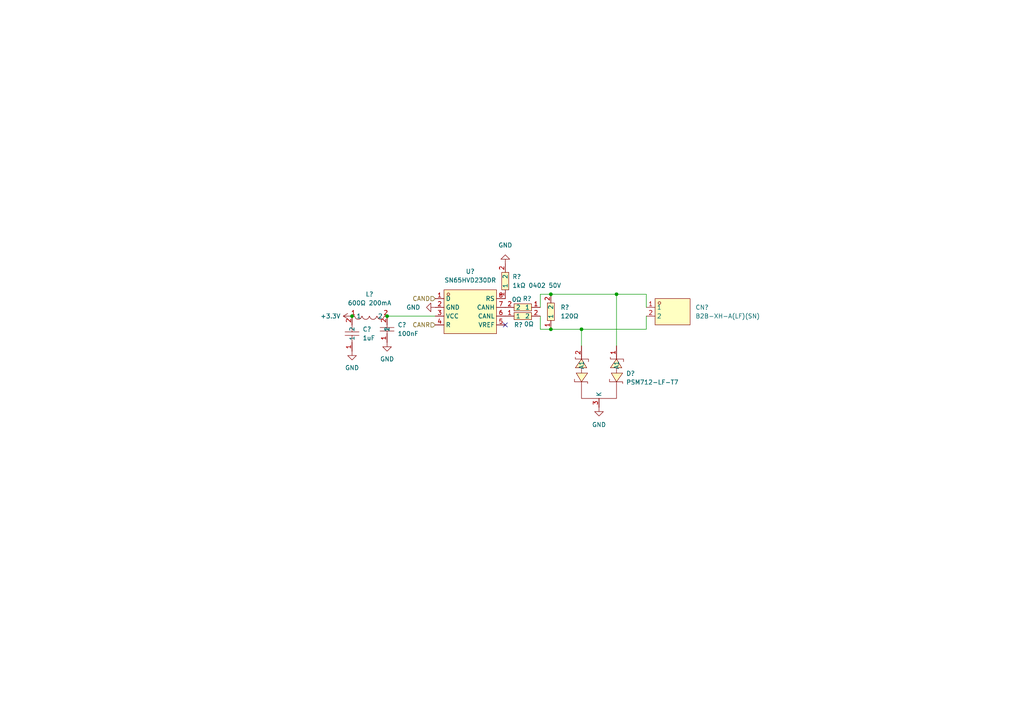
<source format=kicad_sch>
(kicad_sch (version 20211123) (generator eeschema)
  (paper "A4")
  (lib_symbols
    (symbol "easyeda2kicad:0Ω 0402 50V"
      (property "Reference" "R" (at 0 5.08 0))
      (property "Value" "0Ω 0402 50V" (at 0 -5.08 0))
      (symbol "0Ω 0402 50V_0_1"
        (rectangle (start -2.54 1.02) (end 2.54 -1.02) (fill (type background)))
        (pin input line (at -5.08 0 0) (length 2.54) (name "1") (number "1"))
        (pin input line (at 5.08 0 180) (length 2.54) (name "2") (number "2"))
      )
    )
    (symbol "easyeda2kicad:120Ω 0402 50V"
      (property "Reference" "R" (at 0 5.08 0))
      (property "Value" "120Ω 0402 50V" (at 0 -5.08 0))
      (symbol "120Ω 0402 50V_0_1"
        (rectangle (start -2.54 1.02) (end 2.54 -1.02) (fill (type background)))
        (pin input line (at -5.08 0 0) (length 2.54) (name "1") (number "1"))
        (pin input line (at 5.08 0 180) (length 2.54) (name "2") (number "2"))
      )
    )
    (symbol "easyeda2kicad:16V 100nF X7R ±10% 0402"
      (property "Reference" "C" (at 0 5.08 0))
      (property "Value" "16V 100nF X7R ±10% 0402" (at 0 -5.08 0))
      (symbol "16V 100nF X7R ±10% 0402_0_1"
        (polyline (pts (xy -1.27 0) (xy -0.51 0)))
        (polyline (pts (xy -0.51 2.03) (xy -0.51 -2.03)))
        (polyline (pts (xy 0.51 0) (xy 1.27 0)))
        (polyline (pts (xy 0.51 2.03) (xy 0.51 -2.03)))
        (pin input line (at -3.81 0 0) (length 2.54) (name "1") (number "1"))
        (pin input line (at 3.81 0 180) (length 2.54) (name "2") (number "2"))
      )
    )
    (symbol "easyeda2kicad:1kΩ 0402 50V"
      (property "Reference" "R" (at 0 5.08 0))
      (property "Value" "1kΩ 0402 50V" (at 0 -5.08 0))
      (symbol "1kΩ 0402 50V_0_1"
        (rectangle (start -2.54 1.02) (end 2.54 -1.02) (fill (type background)))
        (pin input line (at -5.08 0 0) (length 2.54) (name "1") (number "1"))
        (pin input line (at 5.08 0 180) (length 2.54) (name "2") (number "2"))
      )
    )
    (symbol "easyeda2kicad:25V 1uF X5R ±10% 0402"
      (property "Reference" "C" (at 0 5.08 0))
      (property "Value" "25V 1uF X5R ±10% 0402" (at 0 -5.08 0))
      (symbol "25V 1uF X5R ±10% 0402_0_1"
        (polyline (pts (xy -0.51 -2.03) (xy -0.51 2.03)))
        (polyline (pts (xy -0.51 0) (xy -2.54 0)))
        (polyline (pts (xy 0.51 2.03) (xy 0.51 -2.03)))
        (polyline (pts (xy 2.54 0) (xy 0.51 0)))
        (pin unspecified line (at -5.08 0 0) (length 2.54) (name "1") (number "1"))
        (pin unspecified line (at 5.08 0 180) (length 2.54) (name "2") (number "2"))
      )
    )
    (symbol "easyeda2kicad:600Ω 200mA"
      (property "Reference" "L" (at 0 5.08 0))
      (property "Value" "600Ω 200mA" (at 0 -5.08 0))
      (symbol "600Ω 200mA_0_1"
        (arc (start -4.29 -0.02) (mid -2.52 -0.79) (end -2.27 -0.02))
        (arc (start -2.13 -0.02) (mid -0.36 -0.79) (end -0.11 -0.02))
        (arc (start 0.02 -0.02) (mid 1.79 -0.79) (end 2.04 -0.02))
        (arc (start 2.21 -0.02) (mid 3.3 -1.12) (end 4.23 -0.02))
        (pin unspecified line (at -5.08 0 0) (length 0.762) (name "1") (number "1"))
        (pin unspecified line (at 5.08 0 180) (length 0.762) (name "2") (number "2"))
      )
    )
    (symbol "easyeda2kicad:B2B-XH-A(LF)(SN)"
      (property "Reference" "CN" (at 0 6.35 0))
      (property "Value" "B2B-XH-A (LF)(SN)" (at 0 -6.35 0))
      (symbol "B2B-XH-A(LF)(SN)_0_1"
        (rectangle (start -3.81 3.81) (end 6.35 -3.81) (fill (type background)))
        (circle (center -2.54 2.54) (radius 0.38))
        (pin unspecified line (at -6.35 1.27 0) (length 2.54) (name "1") (number "1"))
        (pin unspecified line (at -6.35 -1.27 0) (length 2.54) (name "2") (number "2"))
      )
    )
    (symbol "easyeda2kicad:PSM712-LF-T7"
      (property "Reference" "D" (at 0 10.16 0))
      (property "Value" "PSM712-LF-T7" (at 0 -10.16 0))
      (symbol "PSM712-LF-T7_0_1"
        (polyline (pts (xy -2.54 -5.08) (xy -1.02 -5.08)))
        (polyline (pts (xy -2.54 5.08) (xy -1.02 5.08)))
        (polyline (pts (xy -5.59 -6.86) (xy -5.08 -6.86) (xy -5.08 -3.05) (xy -4.32 -3.05)))
        (polyline (pts (xy -5.59 3.3) (xy -5.08 3.3) (xy -5.08 7.11) (xy -4.32 7.11)))
        (polyline (pts (xy -2.54 -3.56) (xy -5.08 -5.08) (xy -2.54 -6.86) (xy -2.54 -3.56)) (fill (type background)))
        (polyline (pts (xy -2.54 6.6) (xy -5.08 5.08) (xy -2.54 3.3) (xy -2.54 6.6)) (fill (type background)))
        (polyline (pts (xy -1.02 -6.6) (xy 1.52 -5.08) (xy -1.02 -3.3) (xy -1.02 -6.6)) (fill (type background)))
        (polyline (pts (xy -1.02 3.56) (xy 1.52 5.08) (xy -1.02 6.86) (xy -1.02 3.56)) (fill (type background)))
        (polyline (pts (xy 1.52 5.08) (xy 6.35 5.08) (xy 6.35 -5.08) (xy 1.52 -5.08)))
        (polyline (pts (xy 2.03 -3.3) (xy 1.52 -3.3) (xy 1.52 -7.11) (xy 0.76 -7.11)))
        (polyline (pts (xy 2.03 6.86) (xy 1.52 6.86) (xy 1.52 3.05) (xy 0.76 3.05)))
        (pin unspecified line (at -8.89 5.08 0) (length 3.81) (name "A1") (number "1"))
        (pin unspecified line (at -8.89 -5.08 0) (length 3.81) (name "A1") (number "2"))
        (pin unspecified line (at 8.89 0 180) (length 2.54) (name "K") (number "3"))
      )
    )
    (symbol "easyeda2kicad:SN65HVD230DR"
      (property "Reference" "U" (at 0 8.89 0))
      (property "Value" "SN65HVD230DR" (at 0 -8.89 0))
      (symbol "SN65HVD230DR_0_1"
        (rectangle (start -7.62 6.35) (end 7.62 -6.35) (fill (type background)))
        (circle (center -6.35 5.08) (radius 0.38))
        (pin unspecified line (at -10.16 3.81 0) (length 2.54) (name "D") (number "1"))
        (pin unspecified line (at -10.16 1.27 0) (length 2.54) (name "GND") (number "2"))
        (pin unspecified line (at -10.16 -1.27 0) (length 2.54) (name "VCC") (number "3"))
        (pin unspecified line (at -10.16 -3.81 0) (length 2.54) (name "R") (number "4"))
        (pin unspecified line (at 10.16 -3.81 180) (length 2.54) (name "VREF") (number "5"))
        (pin unspecified line (at 10.16 -1.27 180) (length 2.54) (name "CANL") (number "6"))
        (pin unspecified line (at 10.16 1.27 180) (length 2.54) (name "CANH") (number "7"))
        (pin unspecified line (at 10.16 3.81 180) (length 2.54) (name "RS") (number "8"))
      )
    )
    (symbol "power:+3.3V" (power) (pin_names (offset 0))
      (property "Value" "+3.3V" (at 0 3.556 0))
      (symbol "+3.3V_0_1"
        (polyline (pts (xy -0.762 1.27) (xy 0 2.54)))
        (polyline (pts (xy 0 0) (xy 0 2.54)))
        (polyline (pts (xy 0 2.54) (xy 0.762 1.27)))
      )
      (symbol "+3.3V_1_1"
        (pin power_in line (at 0 0 90) (length 0) hide (name "+3.3V") (number "1"))
      )
    )
    (symbol "power:GND" (power) (pin_names (offset 0))
      (property "Value" "GND" (at 0 -3.81 0))
      (symbol "GND_0_1"
        (polyline (pts (xy 0 0) (xy 0 -1.27) (xy 1.27 -1.27) (xy 0 -2.54) (xy -1.27 -1.27) (xy 0 -1.27)))
      )
      (symbol "GND_1_1"
        (pin power_in line (at 0 0 270) (length 0) hide (name "GND") (number "1"))
      )
    )
  )
  (junction (at 159.766 85.344))
  (junction (at 112.268 91.694))
  (junction (at 178.816 85.344))
  (junction (at 102.108 91.694))
  (junction (at 159.766 95.504))
  (junction (at 168.656 95.504))
  (no_connect (at 146.558 94.234))
  (wire (pts (xy 187.452 95.504) (xy 168.656 95.504)))
  (wire (pts (xy 178.816 85.344) (xy 159.766 85.344)))
  (wire (pts (xy 156.718 91.694) (xy 156.718 95.504)))
  (wire (pts (xy 112.268 91.694) (xy 126.238 91.694)))
  (wire (pts (xy 156.718 89.154) (xy 156.718 85.344)))
  (wire (pts (xy 156.718 95.504) (xy 159.766 95.504)))
  (wire (pts (xy 187.452 85.344) (xy 187.452 89.154)))
  (wire (pts (xy 178.816 100.33) (xy 178.816 85.344)))
  (wire (pts (xy 156.718 85.344) (xy 159.766 85.344)))
  (wire (pts (xy 187.452 91.694) (xy 187.452 95.504)))
  (wire (pts (xy 168.656 95.504) (xy 168.656 100.33)))
  (wire (pts (xy 159.766 95.504) (xy 168.656 95.504)))
  (wire (pts (xy 178.816 85.344) (xy 187.452 85.344)))
  (hierarchical_label "CAND" (shape input) (at 126.238 86.614 180))
  (hierarchical_label "CANR" (shape input) (at 126.238 94.234 180))
  (symbol (lib_id "easyeda2kicad:600Ω 200mA") (at 107.188 91.694 0) (unit 1)
    (property "Reference" "L?" (at 107.188 85.344 0))
    (property "Value" "600Ω 200mA" (at 107.188 87.884 0))
    (property "Footprint" "easyeda2kicad:L0603" (effects hide))
    (property "Datasheet" "https://lcsc.com/product-detail/Ferrite-Beads-And-Chips_600R-25-100MHz_C1002.html" (effects hide))
    (property "Manufacturer" "Sunlord(顺络)" (effects hide))
    (property "LCSC Part" "C1002" (effects hide))
    (property "JLC Part" "Basic Part" (effects hide))
  )
  (symbol (lib_id "easyeda2kicad:0Ω 0402 50V") (at 151.638 89.154 180) (unit 1)
    (property "Reference" "R?" (at 152.908 86.614 0))
    (property "Value" "0Ω" (at 149.86 86.868 0))
    (property "Footprint" "easyeda2kicad:R0402" (effects hide))
    (property "Datasheet" "https://lcsc.com/product-detail/Chip-Resistor-Surface-Mount-UniOhm_0R-0R0-1_C17168.html" (effects hide))
    (property "Manufacturer" "UNI-ROYAL(厚声)" (effects hide))
    (property "LCSC Part" "C17168" (effects hide))
    (property "JLC Part" "Basic Part" (effects hide))
  )
  (symbol (lib_id "easyeda2kicad:PSM712-LF-T7") (at 173.736 109.22 270) (unit 1)
    (property "Reference" "D?" (at 181.61 108.3299 90) (effects (justify left)))
    (property "Value" "PSM712-LF-T7" (at 181.61 110.8699 90) (effects (justify left)))
    (property "Footprint" "easyeda2kicad:SOT-23-3_L3.0-W1.7-P0.95-LS2.9-BR" (effects hide))
    (property "Datasheet" "https://lcsc.com/product-detail/TVS_PSM712-LF-T7_C32677.html" (effects hide))
    (property "Manufacturer" "PROTEK" (effects hide))
    (property "LCSC Part" "C32677" (effects hide))
    (property "JLC Part" "Basic Part" (effects hide))
  )
  (symbol (lib_id "power:GND") (at 173.736 118.11 0) (unit 1)
    (property "Reference" "#PWR?" (effects hide))
    (property "Value" "GND" (at 173.736 123.19 0))
  )
  (symbol (lib_id "easyeda2kicad:16V 100nF X7R ±10% 0402") (at 112.268 95.504 90) (unit 1)
    (property "Reference" "C?" (at 115.316 94.2339 90) (effects (justify right)))
    (property "Value" "100nF" (at 115.316 96.7739 90) (effects (justify right)))
    (property "Footprint" "easyeda2kicad:C0402_NEW" (effects hide))
    (property "Datasheet" "https://lcsc.com/product-detail/Multilayer-Ceramic-Capacitors-MLCC-SMD-SMT_SAMSUNG_CL05B104KO5NNNC_100nF-104-10-16V_C1525.html" (effects hide))
    (property "Manufacturer" "SAMSUNG(三星)" (effects hide))
    (property "LCSC Part" "C1525" (effects hide))
    (property "JLC Part" "Basic Part" (effects hide))
  )
  (symbol (lib_id "power:GND") (at 112.268 99.314 0) (unit 1)
    (property "Reference" "#PWR?" (effects hide))
    (property "Value" "GND" (at 112.268 104.14 0))
  )
  (symbol (lib_id "power:GND") (at 146.558 76.454 180) (unit 1)
    (property "Reference" "#PWR?" (effects hide))
    (property "Value" "GND" (at 146.558 71.12 0))
  )
  (symbol (lib_id "power:+3.3V") (at 102.108 91.694 90) (unit 1)
    (property "Reference" "#PWR?" (effects hide))
    (property "Value" "+3.3V" (at 98.806 91.6939 90) (effects (justify left)))
  )
  (symbol (lib_id "power:GND") (at 126.238 89.154 270) (unit 1)
    (property "Reference" "#PWR?" (effects hide))
    (property "Value" "GND" (at 121.92 89.1539 90) (effects (justify right)))
  )
  (symbol (lib_id "easyeda2kicad:1kΩ 0402 50V") (at 146.558 81.534 90) (unit 1)
    (property "Reference" "R?" (at 148.59 80.2639 90) (effects (justify right)))
    (property "Value" "1kΩ 0402 50V" (at 148.59 82.8039 90) (effects (justify right)))
    (property "Footprint" "easyeda2kicad:R0402" (effects hide))
    (property "Datasheet" "https://lcsc.com/product-detail/Chip-Resistor-Surface-Mount-UniOhm_1KR-1001-1_C11702.html" (effects hide))
    (property "Manufacturer" "UNI-ROYAL(厚声)" (effects hide))
    (property "LCSC Part" "C11702" (effects hide))
    (property "JLC Part" "Basic Part" (effects hide))
  )
  (symbol (lib_id "power:GND") (at 102.108 101.854 0) (unit 1)
    (property "Reference" "#PWR?" (effects hide))
    (property "Value" "GND" (at 102.108 106.68 0))
  )
  (symbol (lib_id "easyeda2kicad:25V 1uF X5R ±10% 0402") (at 102.108 96.774 90) (unit 1)
    (property "Reference" "C?" (at 105.156 95.5039 90) (effects (justify right)))
    (property "Value" "1uF" (at 105.156 98.0439 90) (effects (justify right)))
    (property "Footprint" "easyeda2kicad:C0402" (effects hide))
    (property "Datasheet" "https://lcsc.com/product-detail/Multilayer-Ceramic-Capacitors-MLCC-SMD-SMT_SAMSUNG_CL05A105KA5NQNC_1uF-105-10-25V_C52923.html" (effects hide))
    (property "Manufacturer" "SAMSUNG(三星)" (effects hide))
    (property "LCSC Part" "C52923" (effects hide))
    (property "JLC Part" "Basic Part" (effects hide))
  )
  (symbol (lib_id "easyeda2kicad:120Ω 0402 50V") (at 159.766 90.424 90) (unit 1)
    (property "Reference" "R?" (at 162.56 89.1539 90) (effects (justify right)))
    (property "Value" "120Ω " (at 162.56 91.6939 90) (effects (justify right)))
    (property "Footprint" "easyeda2kicad:R0402" (effects hide))
    (property "Datasheet" "https://lcsc.com/product-detail/Chip-Resistor-Surface-Mount-UniOhm_120R-1200-1_C25079.html" (effects hide))
    (property "Manufacturer" "UNI-ROYAL(厚声)" (effects hide))
    (property "LCSC Part" "C25079" (effects hide))
    (property "JLC Part" "Basic Part" (effects hide))
  )
  (symbol (lib_id "easyeda2kicad:B2B-XH-A(LF)(SN)") (at 193.802 90.424 0) (unit 1)
    (property "Reference" "CN?" (at 201.676 89.1539 0) (effects (justify left)))
    (property "Value" "B2B-XH-A(LF)(SN)" (at 201.676 91.6939 0) (effects (justify left)))
    (property "Footprint" "easyeda2kicad:CONN-TH_B2B-XH-A-LF-SN" (effects hide))
    (property "Datasheet" "https://lcsc.com/product-detail/XH-Connectors_JST_B2B-XH-A-LF-SN_XHsocket-1-2P-pitch2-5mm_C158012.html" (effects hide))
    (property "Manufacturer" "JST" (effects hide))
    (property "LCSC Part" "C158012" (effects hide))
    (property "JLC Part" "Extended Part" (effects hide))
  )
  (symbol (lib_id "easyeda2kicad:SN65HVD230DR") (at 136.398 90.424 0) (unit 1)
    (property "Reference" "U?" (at 136.398 78.74 0))
    (property "Value" "SN65HVD230DR" (at 136.398 81.28 0))
    (property "Footprint" "easyeda2kicad:SOIC-8_L4.9-W3.9-P1.27-LS6.0-BL" (effects hide))
    (property "Datasheet" "https://lcsc.com/product-detail/CAN_TI_SN65HVD230DR_SN65HVD230DR_C12084.html" (effects hide))
    (property "Manufacturer" "TI(德州仪器)" (effects hide))
    (property "LCSC Part" "C12084" (effects hide))
    (property "JLC Part" "Basic Part" (effects hide))
  )
  (symbol (lib_id "easyeda2kicad:0Ω 0402 50V") (at 151.638 91.694 0) (unit 1)
    (property "Reference" "R?" (at 150.368 94.234 0))
    (property "Value" "0Ω" (at 153.416 93.98 0))
    (property "Footprint" "easyeda2kicad:R0402" (effects hide))
    (property "Datasheet" "https://lcsc.com/product-detail/Chip-Resistor-Surface-Mount-UniOhm_0R-0R0-1_C17168.html" (effects hide))
    (property "Manufacturer" "UNI-ROYAL(厚声)" (effects hide))
    (property "LCSC Part" "C17168" (effects hide))
    (property "JLC Part" "Basic Part" (effects hide))
  )
)
</source>
